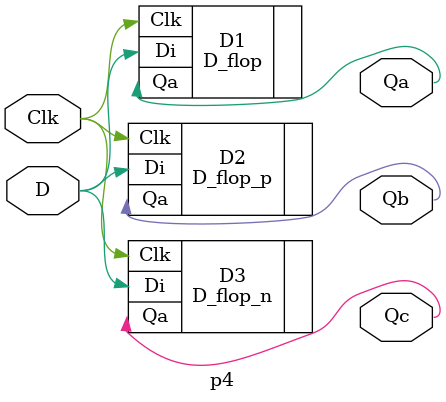
<source format=v>
module p4(D, Clk, Qa, Qb, Qc);

	input D, Clk;
	output Qa, Qb, Qc;
	
	D_flop D1(.Di(D), .Clk(Clk), .Qa(Qa));
	D_flop_p D2(.Di(D), .Clk(Clk), .Qa(Qb));
	D_flop_n D3(.Di(D), .Clk(Clk), .Qa(Qc));

endmodule
</source>
